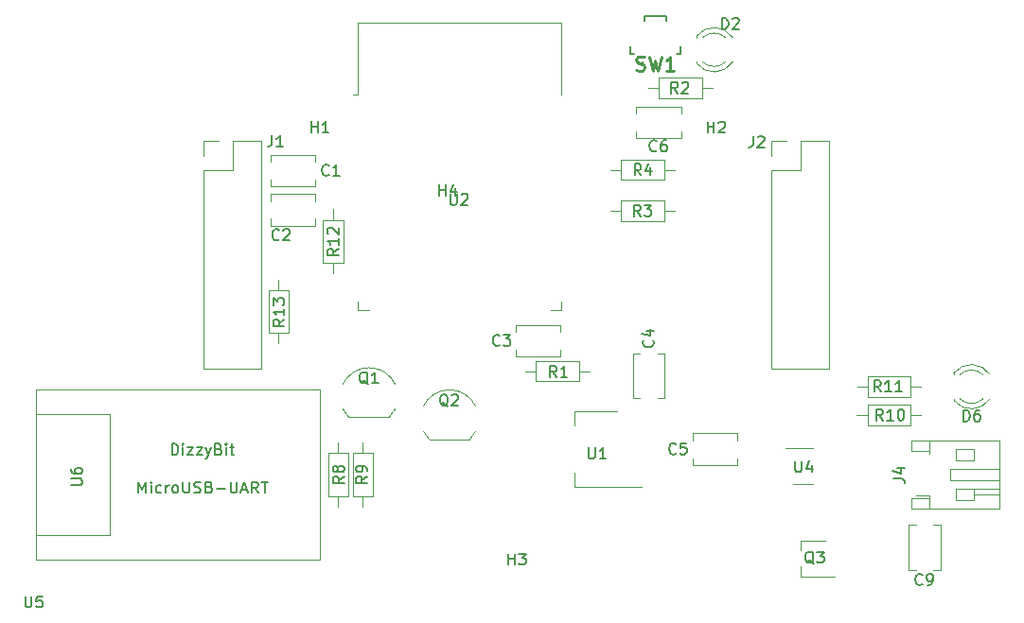
<source format=gbr>
G04 #@! TF.GenerationSoftware,KiCad,Pcbnew,(5.0.2)-1*
G04 #@! TF.CreationDate,2019-10-04T12:41:37+03:00*
G04 #@! TF.ProjectId,esp32d-diy,65737033-3264-42d6-9469-792e6b696361,1.0*
G04 #@! TF.SameCoordinates,Original*
G04 #@! TF.FileFunction,Legend,Top*
G04 #@! TF.FilePolarity,Positive*
%FSLAX46Y46*%
G04 Gerber Fmt 4.6, Leading zero omitted, Abs format (unit mm)*
G04 Created by KiCad (PCBNEW (5.0.2)-1) date 04.10.2019 12:41:37*
%MOMM*%
%LPD*%
G01*
G04 APERTURE LIST*
%ADD10C,0.120000*%
%ADD11C,0.050000*%
%ADD12C,0.200000*%
%ADD13C,0.254000*%
%ADD14C,0.150000*%
G04 APERTURE END LIST*
D10*
G04 #@! TO.C,U2*
X105180000Y-120352000D02*
X105180000Y-121132000D01*
X105180000Y-121132000D02*
X106180000Y-121132000D01*
X123420000Y-120352000D02*
X123420000Y-121132000D01*
X123420000Y-121132000D02*
X122420000Y-121132000D01*
X105180000Y-95387000D02*
X123420000Y-95387000D01*
X123420000Y-95387000D02*
X123420000Y-101807000D01*
X105180000Y-95387000D02*
X105180000Y-101807000D01*
X105180000Y-101807000D02*
X104800000Y-101807000D01*
G04 #@! TO.C,J2*
X142180000Y-126425000D02*
X147380000Y-126425000D01*
X142180000Y-108585000D02*
X142180000Y-126425000D01*
X147380000Y-105985000D02*
X147380000Y-126425000D01*
X142180000Y-108585000D02*
X144780000Y-108585000D01*
X144780000Y-108585000D02*
X144780000Y-105985000D01*
X144780000Y-105985000D02*
X147380000Y-105985000D01*
X142180000Y-107315000D02*
X142180000Y-105985000D01*
X142180000Y-105985000D02*
X143510000Y-105985000D01*
G04 #@! TO.C,J1*
X91380000Y-126425000D02*
X96580000Y-126425000D01*
X91380000Y-108585000D02*
X91380000Y-126425000D01*
X96580000Y-105985000D02*
X96580000Y-126425000D01*
X91380000Y-108585000D02*
X93980000Y-108585000D01*
X93980000Y-108585000D02*
X93980000Y-105985000D01*
X93980000Y-105985000D02*
X96580000Y-105985000D01*
X91380000Y-107315000D02*
X91380000Y-105985000D01*
X91380000Y-105985000D02*
X92710000Y-105985000D01*
G04 #@! TO.C,R3*
X127813000Y-112268000D02*
X128763000Y-112268000D01*
X133553000Y-112268000D02*
X132603000Y-112268000D01*
X128763000Y-113188000D02*
X132603000Y-113188000D01*
X128763000Y-111348000D02*
X128763000Y-113188000D01*
X132603000Y-111348000D02*
X128763000Y-111348000D01*
X132603000Y-113188000D02*
X132603000Y-111348000D01*
G04 #@! TO.C,R4*
X132603000Y-109505000D02*
X132603000Y-107665000D01*
X132603000Y-107665000D02*
X128763000Y-107665000D01*
X128763000Y-107665000D02*
X128763000Y-109505000D01*
X128763000Y-109505000D02*
X132603000Y-109505000D01*
X133553000Y-108585000D02*
X132603000Y-108585000D01*
X127813000Y-108585000D02*
X128763000Y-108585000D01*
G04 #@! TO.C,D2*
X138740895Y-96757112D02*
G75*
G03X135508560Y-96600204I-1672335J-1078608D01*
G01*
X138740895Y-98914328D02*
G75*
G02X135508560Y-99071236I-1672335J1078608D01*
G01*
X138109690Y-96755883D02*
G75*
G03X136027599Y-96755720I-1041130J-1079837D01*
G01*
X138109690Y-98915557D02*
G75*
G02X136027599Y-98915720I-1041130J1079837D01*
G01*
X135508560Y-96599720D02*
X135508560Y-96755720D01*
X135508560Y-98915720D02*
X135508560Y-99071720D01*
G04 #@! TO.C,R2*
X132128500Y-100362500D02*
X132128500Y-102202500D01*
X132128500Y-102202500D02*
X135968500Y-102202500D01*
X135968500Y-102202500D02*
X135968500Y-100362500D01*
X135968500Y-100362500D02*
X132128500Y-100362500D01*
X131178500Y-101282500D02*
X132128500Y-101282500D01*
X136918500Y-101282500D02*
X135968500Y-101282500D01*
G04 #@! TO.C,C6*
X130103500Y-102910500D02*
X134143500Y-102910500D01*
X130103500Y-105750500D02*
X134143500Y-105750500D01*
X130103500Y-102910500D02*
X130103500Y-103535500D01*
X130103500Y-105125500D02*
X130103500Y-105750500D01*
X134143500Y-102910500D02*
X134143500Y-103535500D01*
X134143500Y-105125500D02*
X134143500Y-105750500D01*
G04 #@! TO.C,D6*
X161755835Y-126937392D02*
G75*
G03X158523500Y-126780484I-1672335J-1078608D01*
G01*
X161755835Y-129094608D02*
G75*
G02X158523500Y-129251516I-1672335J1078608D01*
G01*
X161124630Y-126936163D02*
G75*
G03X159042539Y-126936000I-1041130J-1079837D01*
G01*
X161124630Y-129095837D02*
G75*
G02X159042539Y-129096000I-1041130J1079837D01*
G01*
X158523500Y-126780000D02*
X158523500Y-126936000D01*
X158523500Y-129096000D02*
X158523500Y-129252000D01*
G04 #@! TO.C,R10*
X150779720Y-129600440D02*
X150779720Y-131440440D01*
X150779720Y-131440440D02*
X154619720Y-131440440D01*
X154619720Y-131440440D02*
X154619720Y-129600440D01*
X154619720Y-129600440D02*
X150779720Y-129600440D01*
X149829720Y-130520440D02*
X150779720Y-130520440D01*
X155569720Y-130520440D02*
X154619720Y-130520440D01*
G04 #@! TO.C,R1*
X124983000Y-127539000D02*
X124983000Y-125699000D01*
X124983000Y-125699000D02*
X121143000Y-125699000D01*
X121143000Y-125699000D02*
X121143000Y-127539000D01*
X121143000Y-127539000D02*
X124983000Y-127539000D01*
X125933000Y-126619000D02*
X124983000Y-126619000D01*
X120193000Y-126619000D02*
X121143000Y-126619000D01*
G04 #@! TO.C,C1*
X101417500Y-110068500D02*
X97377500Y-110068500D01*
X101417500Y-107228500D02*
X97377500Y-107228500D01*
X101417500Y-110068500D02*
X101417500Y-109443500D01*
X101417500Y-107853500D02*
X101417500Y-107228500D01*
X97377500Y-110068500D02*
X97377500Y-109443500D01*
X97377500Y-107853500D02*
X97377500Y-107228500D01*
G04 #@! TO.C,C2*
X97370520Y-110766720D02*
X101410520Y-110766720D01*
X97370520Y-113606720D02*
X101410520Y-113606720D01*
X97370520Y-110766720D02*
X97370520Y-111391720D01*
X97370520Y-112981720D02*
X97370520Y-113606720D01*
X101410520Y-110766720D02*
X101410520Y-111391720D01*
X101410520Y-112981720D02*
X101410520Y-113606720D01*
G04 #@! TO.C,C3*
X119290080Y-123121440D02*
X119290080Y-122496440D01*
X119290080Y-125336440D02*
X119290080Y-124711440D01*
X123330080Y-123121440D02*
X123330080Y-122496440D01*
X123330080Y-125336440D02*
X123330080Y-124711440D01*
X123330080Y-122496440D02*
X119290080Y-122496440D01*
X123330080Y-125336440D02*
X119290080Y-125336440D01*
G04 #@! TO.C,R12*
X102997000Y-112128500D02*
X102997000Y-113078500D01*
X102997000Y-117868500D02*
X102997000Y-116918500D01*
X102077000Y-113078500D02*
X102077000Y-116918500D01*
X103917000Y-113078500D02*
X102077000Y-113078500D01*
X103917000Y-116918500D02*
X103917000Y-113078500D01*
X102077000Y-116918500D02*
X103917000Y-116918500D01*
G04 #@! TO.C,R13*
X99027500Y-119365000D02*
X97187500Y-119365000D01*
X97187500Y-119365000D02*
X97187500Y-123205000D01*
X97187500Y-123205000D02*
X99027500Y-123205000D01*
X99027500Y-123205000D02*
X99027500Y-119365000D01*
X98107500Y-118415000D02*
X98107500Y-119365000D01*
X98107500Y-124155000D02*
X98107500Y-123205000D01*
D11*
G04 #@! TO.C,U6*
X76377800Y-128270000D02*
X101777800Y-128270000D01*
X101777800Y-128270000D02*
X101777800Y-143510000D01*
X101777800Y-143510000D02*
X76377800Y-143510000D01*
X76377800Y-143510000D02*
X76377800Y-128270000D01*
X76377800Y-130470000D02*
X82977800Y-130470000D01*
X82977800Y-130470000D02*
X82977800Y-141270000D01*
X82977800Y-141270000D02*
X76377800Y-141270000D01*
D10*
G04 #@! TO.C,R8*
X102518960Y-137799840D02*
X104358960Y-137799840D01*
X104358960Y-137799840D02*
X104358960Y-133959840D01*
X104358960Y-133959840D02*
X102518960Y-133959840D01*
X102518960Y-133959840D02*
X102518960Y-137799840D01*
X103438960Y-138749840D02*
X103438960Y-137799840D01*
X103438960Y-133009840D02*
X103438960Y-133959840D01*
G04 #@! TO.C,R9*
X105643680Y-138749840D02*
X105643680Y-137799840D01*
X105643680Y-133009840D02*
X105643680Y-133959840D01*
X106563680Y-137799840D02*
X106563680Y-133959840D01*
X104723680Y-137799840D02*
X106563680Y-137799840D01*
X104723680Y-133959840D02*
X104723680Y-137799840D01*
X106563680Y-133959840D02*
X104723680Y-133959840D01*
G04 #@! TO.C,Q1*
X108521584Y-130032875D02*
G75*
G02X107997400Y-130760080I-2324184J1122795D01*
G01*
X108553800Y-127811273D02*
G75*
G03X106197400Y-126310080I-2356400J-1098807D01*
G01*
X103841000Y-127811273D02*
G75*
G02X106197400Y-126310080I2356400J-1098807D01*
G01*
X103873216Y-130032875D02*
G75*
G03X104397400Y-130760080I2324184J1122795D01*
G01*
X104397400Y-130760080D02*
X107997400Y-130760080D01*
G04 #@! TO.C,Q2*
X111595760Y-132741280D02*
X115195760Y-132741280D01*
X111071576Y-132014075D02*
G75*
G03X111595760Y-132741280I2324184J1122795D01*
G01*
X111039360Y-129792473D02*
G75*
G02X113395760Y-128291280I2356400J-1098807D01*
G01*
X115752160Y-129792473D02*
G75*
G03X113395760Y-128291280I-2356400J-1098807D01*
G01*
X115719944Y-132014075D02*
G75*
G02X115195760Y-132741280I-2324184J1122795D01*
G01*
G04 #@! TO.C,C4*
X129801480Y-129055240D02*
X129801480Y-125015240D01*
X132641480Y-129055240D02*
X132641480Y-125015240D01*
X129801480Y-129055240D02*
X130426480Y-129055240D01*
X132016480Y-129055240D02*
X132641480Y-129055240D01*
X129801480Y-125015240D02*
X130426480Y-125015240D01*
X132016480Y-125015240D02*
X132641480Y-125015240D01*
G04 #@! TO.C,C5*
X139165080Y-134404080D02*
X139165080Y-135029080D01*
X139165080Y-132189080D02*
X139165080Y-132814080D01*
X135125080Y-134404080D02*
X135125080Y-135029080D01*
X135125080Y-132189080D02*
X135125080Y-132814080D01*
X135125080Y-135029080D02*
X139165080Y-135029080D01*
X135125080Y-132189080D02*
X139165080Y-132189080D01*
G04 #@! TO.C,J4*
X156329680Y-137750000D02*
X156329680Y-138030000D01*
X156329680Y-138030000D02*
X154729680Y-138030000D01*
X154729680Y-138030000D02*
X154729680Y-138950000D01*
X154729680Y-138950000D02*
X162549680Y-138950000D01*
X162549680Y-138950000D02*
X162549680Y-132830000D01*
X162549680Y-132830000D02*
X154729680Y-132830000D01*
X154729680Y-132830000D02*
X154729680Y-133750000D01*
X154729680Y-133750000D02*
X156329680Y-133750000D01*
X156329680Y-133750000D02*
X156329680Y-134030000D01*
X162549680Y-136390000D02*
X158189680Y-136390000D01*
X158189680Y-136390000D02*
X158189680Y-135390000D01*
X158189680Y-135390000D02*
X162549680Y-135390000D01*
X156329680Y-138950000D02*
X156329680Y-138030000D01*
X156329680Y-132830000D02*
X156329680Y-133750000D01*
X158689680Y-138190000D02*
X160289680Y-138190000D01*
X160289680Y-138190000D02*
X160289680Y-137190000D01*
X160289680Y-137190000D02*
X158689680Y-137190000D01*
X158689680Y-137190000D02*
X158689680Y-138190000D01*
X158689680Y-133590000D02*
X160289680Y-133590000D01*
X160289680Y-133590000D02*
X160289680Y-134590000D01*
X160289680Y-134590000D02*
X158689680Y-134590000D01*
X158689680Y-134590000D02*
X158689680Y-133590000D01*
X160289680Y-137190000D02*
X162549680Y-137190000D01*
X160289680Y-137690000D02*
X162549680Y-137690000D01*
X156329680Y-137750000D02*
X155114680Y-137750000D01*
G04 #@! TO.C,U4*
X144139080Y-136727840D02*
X145939080Y-136727840D01*
X145939080Y-133507840D02*
X143489080Y-133507840D01*
G04 #@! TO.C,Q3*
X144822600Y-142693160D02*
X144822600Y-141783160D01*
X144822600Y-144993160D02*
X144822600Y-144093160D01*
X147897600Y-145003160D02*
X144822600Y-145003160D01*
X146972600Y-141783160D02*
X144822600Y-141783160D01*
G04 #@! TO.C,C9*
X154485200Y-144422240D02*
X154485200Y-140382240D01*
X157325200Y-144422240D02*
X157325200Y-140382240D01*
X154485200Y-144422240D02*
X155110200Y-144422240D01*
X156700200Y-144422240D02*
X157325200Y-144422240D01*
X154485200Y-140382240D02*
X155110200Y-140382240D01*
X156700200Y-140382240D02*
X157325200Y-140382240D01*
G04 #@! TO.C,R11*
X150805120Y-127096000D02*
X150805120Y-128936000D01*
X150805120Y-128936000D02*
X154645120Y-128936000D01*
X154645120Y-128936000D02*
X154645120Y-127096000D01*
X154645120Y-127096000D02*
X150805120Y-127096000D01*
X149855120Y-128016000D02*
X150805120Y-128016000D01*
X155595120Y-128016000D02*
X154645120Y-128016000D01*
G04 #@! TO.C,U1*
X124582000Y-130194000D02*
X124582000Y-131454000D01*
X124582000Y-137014000D02*
X124582000Y-135754000D01*
X128342000Y-130194000D02*
X124582000Y-130194000D01*
X130592000Y-137014000D02*
X124582000Y-137014000D01*
D12*
G04 #@! TO.C,SW1*
X132810760Y-95216160D02*
X132810760Y-94791160D01*
X132810760Y-94791160D02*
X130810760Y-94791160D01*
X130810760Y-94791160D02*
X130810760Y-95216160D01*
X129560760Y-98191160D02*
X129560760Y-97568160D01*
X134060760Y-98191160D02*
X134060760Y-97568160D01*
X134060760Y-98191160D02*
X133724760Y-98191160D01*
X129560760Y-98191160D02*
X129896760Y-98191160D01*
D13*
X130662760Y-98974160D02*
G75*
G03X130662760Y-98974160I-41000J0D01*
G01*
G04 #@! TO.C,H1*
D14*
X101015895Y-105237540D02*
X101015895Y-104237540D01*
X101015895Y-104713731D02*
X101587323Y-104713731D01*
X101587323Y-105237540D02*
X101587323Y-104237540D01*
X102587323Y-105237540D02*
X102015895Y-105237540D01*
X102301609Y-105237540D02*
X102301609Y-104237540D01*
X102206371Y-104380398D01*
X102111133Y-104475636D01*
X102015895Y-104523255D01*
G04 #@! TO.C,H2*
X136474295Y-105262940D02*
X136474295Y-104262940D01*
X136474295Y-104739131D02*
X137045723Y-104739131D01*
X137045723Y-105262940D02*
X137045723Y-104262940D01*
X137474295Y-104358179D02*
X137521914Y-104310560D01*
X137617152Y-104262940D01*
X137855247Y-104262940D01*
X137950485Y-104310560D01*
X137998104Y-104358179D01*
X138045723Y-104453417D01*
X138045723Y-104548655D01*
X137998104Y-104691512D01*
X137426676Y-105262940D01*
X138045723Y-105262940D01*
G04 #@! TO.C,H3*
X118643495Y-143967460D02*
X118643495Y-142967460D01*
X118643495Y-143443651D02*
X119214923Y-143443651D01*
X119214923Y-143967460D02*
X119214923Y-142967460D01*
X119595876Y-142967460D02*
X120214923Y-142967460D01*
X119881590Y-143348413D01*
X120024447Y-143348413D01*
X120119685Y-143396032D01*
X120167304Y-143443651D01*
X120214923Y-143538889D01*
X120214923Y-143776984D01*
X120167304Y-143872222D01*
X120119685Y-143919841D01*
X120024447Y-143967460D01*
X119738733Y-143967460D01*
X119643495Y-143919841D01*
X119595876Y-143872222D01*
G04 #@! TO.C,U2*
X113466975Y-110729780D02*
X113466975Y-111539304D01*
X113514594Y-111634542D01*
X113562213Y-111682161D01*
X113657451Y-111729780D01*
X113847927Y-111729780D01*
X113943165Y-111682161D01*
X113990784Y-111634542D01*
X114038403Y-111539304D01*
X114038403Y-110729780D01*
X114466975Y-110825019D02*
X114514594Y-110777400D01*
X114609832Y-110729780D01*
X114847927Y-110729780D01*
X114943165Y-110777400D01*
X114990784Y-110825019D01*
X115038403Y-110920257D01*
X115038403Y-111015495D01*
X114990784Y-111158352D01*
X114419356Y-111729780D01*
X115038403Y-111729780D01*
G04 #@! TO.C,J2*
X140550306Y-105593900D02*
X140550306Y-106308186D01*
X140502687Y-106451043D01*
X140407449Y-106546281D01*
X140264592Y-106593900D01*
X140169354Y-106593900D01*
X140978878Y-105689139D02*
X141026497Y-105641520D01*
X141121735Y-105593900D01*
X141359830Y-105593900D01*
X141455068Y-105641520D01*
X141502687Y-105689139D01*
X141550306Y-105784377D01*
X141550306Y-105879615D01*
X141502687Y-106022472D01*
X140931259Y-106593900D01*
X141550306Y-106593900D01*
G04 #@! TO.C,J1*
X97497306Y-105502460D02*
X97497306Y-106216746D01*
X97449687Y-106359603D01*
X97354449Y-106454841D01*
X97211592Y-106502460D01*
X97116354Y-106502460D01*
X98497306Y-106502460D02*
X97925878Y-106502460D01*
X98211592Y-106502460D02*
X98211592Y-105502460D01*
X98116354Y-105645318D01*
X98021116Y-105740556D01*
X97925878Y-105788175D01*
G04 #@! TO.C,R3*
X130496013Y-112730540D02*
X130162680Y-112254350D01*
X129924584Y-112730540D02*
X129924584Y-111730540D01*
X130305537Y-111730540D01*
X130400775Y-111778160D01*
X130448394Y-111825779D01*
X130496013Y-111921017D01*
X130496013Y-112063874D01*
X130448394Y-112159112D01*
X130400775Y-112206731D01*
X130305537Y-112254350D01*
X129924584Y-112254350D01*
X130829346Y-111730540D02*
X131448394Y-111730540D01*
X131115060Y-112111493D01*
X131257918Y-112111493D01*
X131353156Y-112159112D01*
X131400775Y-112206731D01*
X131448394Y-112301969D01*
X131448394Y-112540064D01*
X131400775Y-112635302D01*
X131353156Y-112682921D01*
X131257918Y-112730540D01*
X130972203Y-112730540D01*
X130876965Y-112682921D01*
X130829346Y-112635302D01*
G04 #@! TO.C,R4*
X130531573Y-109067860D02*
X130198240Y-108591670D01*
X129960144Y-109067860D02*
X129960144Y-108067860D01*
X130341097Y-108067860D01*
X130436335Y-108115480D01*
X130483954Y-108163099D01*
X130531573Y-108258337D01*
X130531573Y-108401194D01*
X130483954Y-108496432D01*
X130436335Y-108544051D01*
X130341097Y-108591670D01*
X129960144Y-108591670D01*
X131388716Y-108401194D02*
X131388716Y-109067860D01*
X131150620Y-108020241D02*
X130912525Y-108734527D01*
X131531573Y-108734527D01*
G04 #@! TO.C,D2*
X137768104Y-95981780D02*
X137768104Y-94981780D01*
X138006200Y-94981780D01*
X138149057Y-95029400D01*
X138244295Y-95124638D01*
X138291914Y-95219876D01*
X138339533Y-95410352D01*
X138339533Y-95553209D01*
X138291914Y-95743685D01*
X138244295Y-95838923D01*
X138149057Y-95934161D01*
X138006200Y-95981780D01*
X137768104Y-95981780D01*
X138720485Y-95077019D02*
X138768104Y-95029400D01*
X138863342Y-94981780D01*
X139101438Y-94981780D01*
X139196676Y-95029400D01*
X139244295Y-95077019D01*
X139291914Y-95172257D01*
X139291914Y-95267495D01*
X139244295Y-95410352D01*
X138672866Y-95981780D01*
X139291914Y-95981780D01*
G04 #@! TO.C,R2*
X133818333Y-101734880D02*
X133485000Y-101258690D01*
X133246904Y-101734880D02*
X133246904Y-100734880D01*
X133627857Y-100734880D01*
X133723095Y-100782500D01*
X133770714Y-100830119D01*
X133818333Y-100925357D01*
X133818333Y-101068214D01*
X133770714Y-101163452D01*
X133723095Y-101211071D01*
X133627857Y-101258690D01*
X133246904Y-101258690D01*
X134199285Y-100830119D02*
X134246904Y-100782500D01*
X134342142Y-100734880D01*
X134580238Y-100734880D01*
X134675476Y-100782500D01*
X134723095Y-100830119D01*
X134770714Y-100925357D01*
X134770714Y-101020595D01*
X134723095Y-101163452D01*
X134151666Y-101734880D01*
X134770714Y-101734880D01*
G04 #@! TO.C,C6*
X131913333Y-106846642D02*
X131865714Y-106894261D01*
X131722857Y-106941880D01*
X131627619Y-106941880D01*
X131484761Y-106894261D01*
X131389523Y-106799023D01*
X131341904Y-106703785D01*
X131294285Y-106513309D01*
X131294285Y-106370452D01*
X131341904Y-106179976D01*
X131389523Y-106084738D01*
X131484761Y-105989500D01*
X131627619Y-105941880D01*
X131722857Y-105941880D01*
X131865714Y-105989500D01*
X131913333Y-106037119D01*
X132770476Y-105941880D02*
X132580000Y-105941880D01*
X132484761Y-105989500D01*
X132437142Y-106037119D01*
X132341904Y-106179976D01*
X132294285Y-106370452D01*
X132294285Y-106751404D01*
X132341904Y-106846642D01*
X132389523Y-106894261D01*
X132484761Y-106941880D01*
X132675238Y-106941880D01*
X132770476Y-106894261D01*
X132818095Y-106846642D01*
X132865714Y-106751404D01*
X132865714Y-106513309D01*
X132818095Y-106418071D01*
X132770476Y-106370452D01*
X132675238Y-106322833D01*
X132484761Y-106322833D01*
X132389523Y-106370452D01*
X132341904Y-106418071D01*
X132294285Y-106513309D01*
G04 #@! TO.C,D6*
X159363184Y-131104900D02*
X159363184Y-130104900D01*
X159601280Y-130104900D01*
X159744137Y-130152520D01*
X159839375Y-130247758D01*
X159886994Y-130342996D01*
X159934613Y-130533472D01*
X159934613Y-130676329D01*
X159886994Y-130866805D01*
X159839375Y-130962043D01*
X159744137Y-131057281D01*
X159601280Y-131104900D01*
X159363184Y-131104900D01*
X160791756Y-130104900D02*
X160601280Y-130104900D01*
X160506041Y-130152520D01*
X160458422Y-130200139D01*
X160363184Y-130342996D01*
X160315565Y-130533472D01*
X160315565Y-130914424D01*
X160363184Y-131009662D01*
X160410803Y-131057281D01*
X160506041Y-131104900D01*
X160696518Y-131104900D01*
X160791756Y-131057281D01*
X160839375Y-131009662D01*
X160886994Y-130914424D01*
X160886994Y-130676329D01*
X160839375Y-130581091D01*
X160791756Y-130533472D01*
X160696518Y-130485853D01*
X160506041Y-130485853D01*
X160410803Y-130533472D01*
X160363184Y-130581091D01*
X160315565Y-130676329D01*
G04 #@! TO.C,R10*
X152155922Y-131018540D02*
X151822589Y-130542350D01*
X151584494Y-131018540D02*
X151584494Y-130018540D01*
X151965446Y-130018540D01*
X152060684Y-130066160D01*
X152108303Y-130113779D01*
X152155922Y-130209017D01*
X152155922Y-130351874D01*
X152108303Y-130447112D01*
X152060684Y-130494731D01*
X151965446Y-130542350D01*
X151584494Y-130542350D01*
X153108303Y-131018540D02*
X152536875Y-131018540D01*
X152822589Y-131018540D02*
X152822589Y-130018540D01*
X152727351Y-130161398D01*
X152632113Y-130256636D01*
X152536875Y-130304255D01*
X153727351Y-130018540D02*
X153822589Y-130018540D01*
X153917827Y-130066160D01*
X153965446Y-130113779D01*
X154013065Y-130209017D01*
X154060684Y-130399493D01*
X154060684Y-130637588D01*
X154013065Y-130828064D01*
X153965446Y-130923302D01*
X153917827Y-130970921D01*
X153822589Y-131018540D01*
X153727351Y-131018540D01*
X153632113Y-130970921D01*
X153584494Y-130923302D01*
X153536875Y-130828064D01*
X153489256Y-130637588D01*
X153489256Y-130399493D01*
X153536875Y-130209017D01*
X153584494Y-130113779D01*
X153632113Y-130066160D01*
X153727351Y-130018540D01*
G04 #@! TO.C,R1*
X122982693Y-127147580D02*
X122649360Y-126671390D01*
X122411264Y-127147580D02*
X122411264Y-126147580D01*
X122792217Y-126147580D01*
X122887455Y-126195200D01*
X122935074Y-126242819D01*
X122982693Y-126338057D01*
X122982693Y-126480914D01*
X122935074Y-126576152D01*
X122887455Y-126623771D01*
X122792217Y-126671390D01*
X122411264Y-126671390D01*
X123935074Y-127147580D02*
X123363645Y-127147580D01*
X123649360Y-127147580D02*
X123649360Y-126147580D01*
X123554121Y-126290438D01*
X123458883Y-126385676D01*
X123363645Y-126433295D01*
G04 #@! TO.C,C1*
X102606813Y-109018342D02*
X102559194Y-109065961D01*
X102416337Y-109113580D01*
X102321099Y-109113580D01*
X102178241Y-109065961D01*
X102083003Y-108970723D01*
X102035384Y-108875485D01*
X101987765Y-108685009D01*
X101987765Y-108542152D01*
X102035384Y-108351676D01*
X102083003Y-108256438D01*
X102178241Y-108161200D01*
X102321099Y-108113580D01*
X102416337Y-108113580D01*
X102559194Y-108161200D01*
X102606813Y-108208819D01*
X103559194Y-109113580D02*
X102987765Y-109113580D01*
X103273480Y-109113580D02*
X103273480Y-108113580D01*
X103178241Y-108256438D01*
X103083003Y-108351676D01*
X102987765Y-108399295D01*
G04 #@! TO.C,C2*
X98156733Y-114809542D02*
X98109114Y-114857161D01*
X97966257Y-114904780D01*
X97871019Y-114904780D01*
X97728161Y-114857161D01*
X97632923Y-114761923D01*
X97585304Y-114666685D01*
X97537685Y-114476209D01*
X97537685Y-114333352D01*
X97585304Y-114142876D01*
X97632923Y-114047638D01*
X97728161Y-113952400D01*
X97871019Y-113904780D01*
X97966257Y-113904780D01*
X98109114Y-113952400D01*
X98156733Y-114000019D01*
X98537685Y-114000019D02*
X98585304Y-113952400D01*
X98680542Y-113904780D01*
X98918638Y-113904780D01*
X99013876Y-113952400D01*
X99061495Y-114000019D01*
X99109114Y-114095257D01*
X99109114Y-114190495D01*
X99061495Y-114333352D01*
X98490066Y-114904780D01*
X99109114Y-114904780D01*
G04 #@! TO.C,C3*
X117872213Y-124253262D02*
X117824594Y-124300881D01*
X117681737Y-124348500D01*
X117586499Y-124348500D01*
X117443641Y-124300881D01*
X117348403Y-124205643D01*
X117300784Y-124110405D01*
X117253165Y-123919929D01*
X117253165Y-123777072D01*
X117300784Y-123586596D01*
X117348403Y-123491358D01*
X117443641Y-123396120D01*
X117586499Y-123348500D01*
X117681737Y-123348500D01*
X117824594Y-123396120D01*
X117872213Y-123443739D01*
X118205546Y-123348500D02*
X118824594Y-123348500D01*
X118491260Y-123729453D01*
X118634118Y-123729453D01*
X118729356Y-123777072D01*
X118776975Y-123824691D01*
X118824594Y-123919929D01*
X118824594Y-124158024D01*
X118776975Y-124253262D01*
X118729356Y-124300881D01*
X118634118Y-124348500D01*
X118348403Y-124348500D01*
X118253165Y-124300881D01*
X118205546Y-124253262D01*
G04 #@! TO.C,R12*
X103464620Y-115669297D02*
X102988430Y-116002630D01*
X103464620Y-116240725D02*
X102464620Y-116240725D01*
X102464620Y-115859773D01*
X102512240Y-115764535D01*
X102559859Y-115716916D01*
X102655097Y-115669297D01*
X102797954Y-115669297D01*
X102893192Y-115716916D01*
X102940811Y-115764535D01*
X102988430Y-115859773D01*
X102988430Y-116240725D01*
X103464620Y-114716916D02*
X103464620Y-115288344D01*
X103464620Y-115002630D02*
X102464620Y-115002630D01*
X102607478Y-115097868D01*
X102702716Y-115193106D01*
X102750335Y-115288344D01*
X102559859Y-114335963D02*
X102512240Y-114288344D01*
X102464620Y-114193106D01*
X102464620Y-113955011D01*
X102512240Y-113859773D01*
X102559859Y-113812154D01*
X102655097Y-113764535D01*
X102750335Y-113764535D01*
X102893192Y-113812154D01*
X103464620Y-114383582D01*
X103464620Y-113764535D01*
G04 #@! TO.C,R13*
X98618300Y-121983737D02*
X98142110Y-122317070D01*
X98618300Y-122555165D02*
X97618300Y-122555165D01*
X97618300Y-122174213D01*
X97665920Y-122078975D01*
X97713539Y-122031356D01*
X97808777Y-121983737D01*
X97951634Y-121983737D01*
X98046872Y-122031356D01*
X98094491Y-122078975D01*
X98142110Y-122174213D01*
X98142110Y-122555165D01*
X98618300Y-121031356D02*
X98618300Y-121602784D01*
X98618300Y-121317070D02*
X97618300Y-121317070D01*
X97761158Y-121412308D01*
X97856396Y-121507546D01*
X97904015Y-121602784D01*
X97618300Y-120698022D02*
X97618300Y-120078975D01*
X97999253Y-120412308D01*
X97999253Y-120269451D01*
X98046872Y-120174213D01*
X98094491Y-120126594D01*
X98189729Y-120078975D01*
X98427824Y-120078975D01*
X98523062Y-120126594D01*
X98570681Y-120174213D01*
X98618300Y-120269451D01*
X98618300Y-120555165D01*
X98570681Y-120650403D01*
X98523062Y-120698022D01*
G04 #@! TO.C,U6*
X79530180Y-136831904D02*
X80339704Y-136831904D01*
X80434942Y-136784285D01*
X80482561Y-136736666D01*
X80530180Y-136641428D01*
X80530180Y-136450952D01*
X80482561Y-136355714D01*
X80434942Y-136308095D01*
X80339704Y-136260476D01*
X79530180Y-136260476D01*
X79530180Y-135355714D02*
X79530180Y-135546190D01*
X79577800Y-135641428D01*
X79625419Y-135689047D01*
X79768276Y-135784285D01*
X79958752Y-135831904D01*
X80339704Y-135831904D01*
X80434942Y-135784285D01*
X80482561Y-135736666D01*
X80530180Y-135641428D01*
X80530180Y-135450952D01*
X80482561Y-135355714D01*
X80434942Y-135308095D01*
X80339704Y-135260476D01*
X80101609Y-135260476D01*
X80006371Y-135308095D01*
X79958752Y-135355714D01*
X79911133Y-135450952D01*
X79911133Y-135641428D01*
X79958752Y-135736666D01*
X80006371Y-135784285D01*
X80101609Y-135831904D01*
X88563514Y-134122380D02*
X88563514Y-133122380D01*
X88801609Y-133122380D01*
X88944466Y-133170000D01*
X89039704Y-133265238D01*
X89087323Y-133360476D01*
X89134942Y-133550952D01*
X89134942Y-133693809D01*
X89087323Y-133884285D01*
X89039704Y-133979523D01*
X88944466Y-134074761D01*
X88801609Y-134122380D01*
X88563514Y-134122380D01*
X89563514Y-134122380D02*
X89563514Y-133455714D01*
X89563514Y-133122380D02*
X89515895Y-133170000D01*
X89563514Y-133217619D01*
X89611133Y-133170000D01*
X89563514Y-133122380D01*
X89563514Y-133217619D01*
X89944466Y-133455714D02*
X90468276Y-133455714D01*
X89944466Y-134122380D01*
X90468276Y-134122380D01*
X90753990Y-133455714D02*
X91277800Y-133455714D01*
X90753990Y-134122380D01*
X91277800Y-134122380D01*
X91563514Y-133455714D02*
X91801609Y-134122380D01*
X92039704Y-133455714D02*
X91801609Y-134122380D01*
X91706371Y-134360476D01*
X91658752Y-134408095D01*
X91563514Y-134455714D01*
X92753990Y-133598571D02*
X92896847Y-133646190D01*
X92944466Y-133693809D01*
X92992085Y-133789047D01*
X92992085Y-133931904D01*
X92944466Y-134027142D01*
X92896847Y-134074761D01*
X92801609Y-134122380D01*
X92420657Y-134122380D01*
X92420657Y-133122380D01*
X92753990Y-133122380D01*
X92849228Y-133170000D01*
X92896847Y-133217619D01*
X92944466Y-133312857D01*
X92944466Y-133408095D01*
X92896847Y-133503333D01*
X92849228Y-133550952D01*
X92753990Y-133598571D01*
X92420657Y-133598571D01*
X93420657Y-134122380D02*
X93420657Y-133455714D01*
X93420657Y-133122380D02*
X93373038Y-133170000D01*
X93420657Y-133217619D01*
X93468276Y-133170000D01*
X93420657Y-133122380D01*
X93420657Y-133217619D01*
X93753990Y-133455714D02*
X94134942Y-133455714D01*
X93896847Y-133122380D02*
X93896847Y-133979523D01*
X93944466Y-134074761D01*
X94039704Y-134122380D01*
X94134942Y-134122380D01*
X85563514Y-137522380D02*
X85563514Y-136522380D01*
X85896847Y-137236666D01*
X86230180Y-136522380D01*
X86230180Y-137522380D01*
X86706371Y-137522380D02*
X86706371Y-136855714D01*
X86706371Y-136522380D02*
X86658752Y-136570000D01*
X86706371Y-136617619D01*
X86753990Y-136570000D01*
X86706371Y-136522380D01*
X86706371Y-136617619D01*
X87611133Y-137474761D02*
X87515895Y-137522380D01*
X87325419Y-137522380D01*
X87230180Y-137474761D01*
X87182561Y-137427142D01*
X87134942Y-137331904D01*
X87134942Y-137046190D01*
X87182561Y-136950952D01*
X87230180Y-136903333D01*
X87325419Y-136855714D01*
X87515895Y-136855714D01*
X87611133Y-136903333D01*
X88039704Y-137522380D02*
X88039704Y-136855714D01*
X88039704Y-137046190D02*
X88087323Y-136950952D01*
X88134942Y-136903333D01*
X88230180Y-136855714D01*
X88325419Y-136855714D01*
X88801609Y-137522380D02*
X88706371Y-137474761D01*
X88658752Y-137427142D01*
X88611133Y-137331904D01*
X88611133Y-137046190D01*
X88658752Y-136950952D01*
X88706371Y-136903333D01*
X88801609Y-136855714D01*
X88944466Y-136855714D01*
X89039704Y-136903333D01*
X89087323Y-136950952D01*
X89134942Y-137046190D01*
X89134942Y-137331904D01*
X89087323Y-137427142D01*
X89039704Y-137474761D01*
X88944466Y-137522380D01*
X88801609Y-137522380D01*
X89563514Y-136522380D02*
X89563514Y-137331904D01*
X89611133Y-137427142D01*
X89658752Y-137474761D01*
X89753990Y-137522380D01*
X89944466Y-137522380D01*
X90039704Y-137474761D01*
X90087323Y-137427142D01*
X90134942Y-137331904D01*
X90134942Y-136522380D01*
X90563514Y-137474761D02*
X90706371Y-137522380D01*
X90944466Y-137522380D01*
X91039704Y-137474761D01*
X91087323Y-137427142D01*
X91134942Y-137331904D01*
X91134942Y-137236666D01*
X91087323Y-137141428D01*
X91039704Y-137093809D01*
X90944466Y-137046190D01*
X90753990Y-136998571D01*
X90658752Y-136950952D01*
X90611133Y-136903333D01*
X90563514Y-136808095D01*
X90563514Y-136712857D01*
X90611133Y-136617619D01*
X90658752Y-136570000D01*
X90753990Y-136522380D01*
X90992085Y-136522380D01*
X91134942Y-136570000D01*
X91896847Y-136998571D02*
X92039704Y-137046190D01*
X92087323Y-137093809D01*
X92134942Y-137189047D01*
X92134942Y-137331904D01*
X92087323Y-137427142D01*
X92039704Y-137474761D01*
X91944466Y-137522380D01*
X91563514Y-137522380D01*
X91563514Y-136522380D01*
X91896847Y-136522380D01*
X91992085Y-136570000D01*
X92039704Y-136617619D01*
X92087323Y-136712857D01*
X92087323Y-136808095D01*
X92039704Y-136903333D01*
X91992085Y-136950952D01*
X91896847Y-136998571D01*
X91563514Y-136998571D01*
X92563514Y-137141428D02*
X93325419Y-137141428D01*
X93801609Y-136522380D02*
X93801609Y-137331904D01*
X93849228Y-137427142D01*
X93896847Y-137474761D01*
X93992085Y-137522380D01*
X94182561Y-137522380D01*
X94277800Y-137474761D01*
X94325419Y-137427142D01*
X94373038Y-137331904D01*
X94373038Y-136522380D01*
X94801609Y-137236666D02*
X95277800Y-137236666D01*
X94706371Y-137522380D02*
X95039704Y-136522380D01*
X95373038Y-137522380D01*
X96277800Y-137522380D02*
X95944466Y-137046190D01*
X95706371Y-137522380D02*
X95706371Y-136522380D01*
X96087323Y-136522380D01*
X96182561Y-136570000D01*
X96230180Y-136617619D01*
X96277800Y-136712857D01*
X96277800Y-136855714D01*
X96230180Y-136950952D01*
X96182561Y-136998571D01*
X96087323Y-137046190D01*
X95706371Y-137046190D01*
X96563514Y-136522380D02*
X97134942Y-136522380D01*
X96849228Y-137522380D02*
X96849228Y-136522380D01*
G04 #@! TO.C,R8*
X103972620Y-136036346D02*
X103496430Y-136369680D01*
X103972620Y-136607775D02*
X102972620Y-136607775D01*
X102972620Y-136226822D01*
X103020240Y-136131584D01*
X103067859Y-136083965D01*
X103163097Y-136036346D01*
X103305954Y-136036346D01*
X103401192Y-136083965D01*
X103448811Y-136131584D01*
X103496430Y-136226822D01*
X103496430Y-136607775D01*
X103401192Y-135464918D02*
X103353573Y-135560156D01*
X103305954Y-135607775D01*
X103210716Y-135655394D01*
X103163097Y-135655394D01*
X103067859Y-135607775D01*
X103020240Y-135560156D01*
X102972620Y-135464918D01*
X102972620Y-135274441D01*
X103020240Y-135179203D01*
X103067859Y-135131584D01*
X103163097Y-135083965D01*
X103210716Y-135083965D01*
X103305954Y-135131584D01*
X103353573Y-135179203D01*
X103401192Y-135274441D01*
X103401192Y-135464918D01*
X103448811Y-135560156D01*
X103496430Y-135607775D01*
X103591668Y-135655394D01*
X103782144Y-135655394D01*
X103877382Y-135607775D01*
X103925001Y-135560156D01*
X103972620Y-135464918D01*
X103972620Y-135274441D01*
X103925001Y-135179203D01*
X103877382Y-135131584D01*
X103782144Y-135083965D01*
X103591668Y-135083965D01*
X103496430Y-135131584D01*
X103448811Y-135179203D01*
X103401192Y-135274441D01*
G04 #@! TO.C,R9*
X106028560Y-136046507D02*
X105552370Y-136379841D01*
X106028560Y-136617936D02*
X105028560Y-136617936D01*
X105028560Y-136236983D01*
X105076180Y-136141745D01*
X105123799Y-136094126D01*
X105219037Y-136046507D01*
X105361894Y-136046507D01*
X105457132Y-136094126D01*
X105504751Y-136141745D01*
X105552370Y-136236983D01*
X105552370Y-136617936D01*
X106028560Y-135570317D02*
X106028560Y-135379841D01*
X105980941Y-135284602D01*
X105933322Y-135236983D01*
X105790465Y-135141745D01*
X105599989Y-135094126D01*
X105219037Y-135094126D01*
X105123799Y-135141745D01*
X105076180Y-135189364D01*
X105028560Y-135284602D01*
X105028560Y-135475079D01*
X105076180Y-135570317D01*
X105123799Y-135617936D01*
X105219037Y-135665555D01*
X105457132Y-135665555D01*
X105552370Y-135617936D01*
X105599989Y-135570317D01*
X105647608Y-135475079D01*
X105647608Y-135284602D01*
X105599989Y-135189364D01*
X105552370Y-135141745D01*
X105457132Y-135094126D01*
G04 #@! TO.C,Q1*
X106107241Y-127796539D02*
X106012003Y-127748920D01*
X105916765Y-127653681D01*
X105773908Y-127510824D01*
X105678670Y-127463205D01*
X105583432Y-127463205D01*
X105631051Y-127701300D02*
X105535813Y-127653681D01*
X105440575Y-127558443D01*
X105392956Y-127367967D01*
X105392956Y-127034634D01*
X105440575Y-126844158D01*
X105535813Y-126748920D01*
X105631051Y-126701300D01*
X105821527Y-126701300D01*
X105916765Y-126748920D01*
X106012003Y-126844158D01*
X106059622Y-127034634D01*
X106059622Y-127367967D01*
X106012003Y-127558443D01*
X105916765Y-127653681D01*
X105821527Y-127701300D01*
X105631051Y-127701300D01*
X107012003Y-127701300D02*
X106440575Y-127701300D01*
X106726289Y-127701300D02*
X106726289Y-126701300D01*
X106631051Y-126844158D01*
X106535813Y-126939396D01*
X106440575Y-126987015D01*
G04 #@! TO.C,Q2*
X113264961Y-129792979D02*
X113169723Y-129745360D01*
X113074485Y-129650121D01*
X112931628Y-129507264D01*
X112836390Y-129459645D01*
X112741152Y-129459645D01*
X112788771Y-129697740D02*
X112693533Y-129650121D01*
X112598295Y-129554883D01*
X112550676Y-129364407D01*
X112550676Y-129031074D01*
X112598295Y-128840598D01*
X112693533Y-128745360D01*
X112788771Y-128697740D01*
X112979247Y-128697740D01*
X113074485Y-128745360D01*
X113169723Y-128840598D01*
X113217342Y-129031074D01*
X113217342Y-129364407D01*
X113169723Y-129554883D01*
X113074485Y-129650121D01*
X112979247Y-129697740D01*
X112788771Y-129697740D01*
X113598295Y-128792979D02*
X113645914Y-128745360D01*
X113741152Y-128697740D01*
X113979247Y-128697740D01*
X114074485Y-128745360D01*
X114122104Y-128792979D01*
X114169723Y-128888217D01*
X114169723Y-128983455D01*
X114122104Y-129126312D01*
X113550676Y-129697740D01*
X114169723Y-129697740D01*
G04 #@! TO.C,C4*
X131573542Y-123854506D02*
X131621161Y-123902125D01*
X131668780Y-124044982D01*
X131668780Y-124140220D01*
X131621161Y-124283078D01*
X131525923Y-124378316D01*
X131430685Y-124425935D01*
X131240209Y-124473554D01*
X131097352Y-124473554D01*
X130906876Y-124425935D01*
X130811638Y-124378316D01*
X130716400Y-124283078D01*
X130668780Y-124140220D01*
X130668780Y-124044982D01*
X130716400Y-123902125D01*
X130764019Y-123854506D01*
X131002114Y-122997363D02*
X131668780Y-122997363D01*
X130621161Y-123235459D02*
X131335447Y-123473554D01*
X131335447Y-122854506D01*
G04 #@! TO.C,C5*
X133655773Y-133971302D02*
X133608154Y-134018921D01*
X133465297Y-134066540D01*
X133370059Y-134066540D01*
X133227201Y-134018921D01*
X133131963Y-133923683D01*
X133084344Y-133828445D01*
X133036725Y-133637969D01*
X133036725Y-133495112D01*
X133084344Y-133304636D01*
X133131963Y-133209398D01*
X133227201Y-133114160D01*
X133370059Y-133066540D01*
X133465297Y-133066540D01*
X133608154Y-133114160D01*
X133655773Y-133161779D01*
X134560535Y-133066540D02*
X134084344Y-133066540D01*
X134036725Y-133542731D01*
X134084344Y-133495112D01*
X134179582Y-133447493D01*
X134417678Y-133447493D01*
X134512916Y-133495112D01*
X134560535Y-133542731D01*
X134608154Y-133637969D01*
X134608154Y-133876064D01*
X134560535Y-133971302D01*
X134512916Y-134018921D01*
X134417678Y-134066540D01*
X134179582Y-134066540D01*
X134084344Y-134018921D01*
X134036725Y-133971302D01*
G04 #@! TO.C,J4*
X153092060Y-136223333D02*
X153806346Y-136223333D01*
X153949203Y-136270952D01*
X154044441Y-136366190D01*
X154092060Y-136509047D01*
X154092060Y-136604285D01*
X153425394Y-135318571D02*
X154092060Y-135318571D01*
X153044441Y-135556666D02*
X153758727Y-135794761D01*
X153758727Y-135175714D01*
G04 #@! TO.C,U4*
X144312735Y-134671820D02*
X144312735Y-135481344D01*
X144360354Y-135576582D01*
X144407973Y-135624201D01*
X144503211Y-135671820D01*
X144693687Y-135671820D01*
X144788925Y-135624201D01*
X144836544Y-135576582D01*
X144884163Y-135481344D01*
X144884163Y-134671820D01*
X145788925Y-135005154D02*
X145788925Y-135671820D01*
X145550830Y-134624201D02*
X145312735Y-135338487D01*
X145931782Y-135338487D01*
G04 #@! TO.C,Q3*
X145980161Y-143884899D02*
X145884923Y-143837280D01*
X145789685Y-143742041D01*
X145646828Y-143599184D01*
X145551590Y-143551565D01*
X145456352Y-143551565D01*
X145503971Y-143789660D02*
X145408733Y-143742041D01*
X145313495Y-143646803D01*
X145265876Y-143456327D01*
X145265876Y-143122994D01*
X145313495Y-142932518D01*
X145408733Y-142837280D01*
X145503971Y-142789660D01*
X145694447Y-142789660D01*
X145789685Y-142837280D01*
X145884923Y-142932518D01*
X145932542Y-143122994D01*
X145932542Y-143456327D01*
X145884923Y-143646803D01*
X145789685Y-143742041D01*
X145694447Y-143789660D01*
X145503971Y-143789660D01*
X146265876Y-142789660D02*
X146884923Y-142789660D01*
X146551590Y-143170613D01*
X146694447Y-143170613D01*
X146789685Y-143218232D01*
X146837304Y-143265851D01*
X146884923Y-143361089D01*
X146884923Y-143599184D01*
X146837304Y-143694422D01*
X146789685Y-143742041D01*
X146694447Y-143789660D01*
X146408733Y-143789660D01*
X146313495Y-143742041D01*
X146265876Y-143694422D01*
G04 #@! TO.C,C9*
X155692813Y-145695942D02*
X155645194Y-145743561D01*
X155502337Y-145791180D01*
X155407099Y-145791180D01*
X155264241Y-145743561D01*
X155169003Y-145648323D01*
X155121384Y-145553085D01*
X155073765Y-145362609D01*
X155073765Y-145219752D01*
X155121384Y-145029276D01*
X155169003Y-144934038D01*
X155264241Y-144838800D01*
X155407099Y-144791180D01*
X155502337Y-144791180D01*
X155645194Y-144838800D01*
X155692813Y-144886419D01*
X156169003Y-145791180D02*
X156359480Y-145791180D01*
X156454718Y-145743561D01*
X156502337Y-145695942D01*
X156597575Y-145553085D01*
X156645194Y-145362609D01*
X156645194Y-144981657D01*
X156597575Y-144886419D01*
X156549956Y-144838800D01*
X156454718Y-144791180D01*
X156264241Y-144791180D01*
X156169003Y-144838800D01*
X156121384Y-144886419D01*
X156073765Y-144981657D01*
X156073765Y-145219752D01*
X156121384Y-145314990D01*
X156169003Y-145362609D01*
X156264241Y-145410228D01*
X156454718Y-145410228D01*
X156549956Y-145362609D01*
X156597575Y-145314990D01*
X156645194Y-145219752D01*
G04 #@! TO.C,R11*
X151975582Y-128453140D02*
X151642249Y-127976950D01*
X151404154Y-128453140D02*
X151404154Y-127453140D01*
X151785106Y-127453140D01*
X151880344Y-127500760D01*
X151927963Y-127548379D01*
X151975582Y-127643617D01*
X151975582Y-127786474D01*
X151927963Y-127881712D01*
X151880344Y-127929331D01*
X151785106Y-127976950D01*
X151404154Y-127976950D01*
X152927963Y-128453140D02*
X152356535Y-128453140D01*
X152642249Y-128453140D02*
X152642249Y-127453140D01*
X152547011Y-127595998D01*
X152451773Y-127691236D01*
X152356535Y-127738855D01*
X153880344Y-128453140D02*
X153308916Y-128453140D01*
X153594630Y-128453140D02*
X153594630Y-127453140D01*
X153499392Y-127595998D01*
X153404154Y-127691236D01*
X153308916Y-127738855D01*
G04 #@! TO.C,U1*
X125831695Y-133452620D02*
X125831695Y-134262144D01*
X125879314Y-134357382D01*
X125926933Y-134405001D01*
X126022171Y-134452620D01*
X126212647Y-134452620D01*
X126307885Y-134405001D01*
X126355504Y-134357382D01*
X126403123Y-134262144D01*
X126403123Y-133452620D01*
X127403123Y-134452620D02*
X126831695Y-134452620D01*
X127117409Y-134452620D02*
X127117409Y-133452620D01*
X127022171Y-133595478D01*
X126926933Y-133690716D01*
X126831695Y-133738335D01*
G04 #@! TO.C,SW1*
D13*
X130112346Y-99645167D02*
X130293775Y-99705643D01*
X130596156Y-99705643D01*
X130717108Y-99645167D01*
X130777584Y-99584691D01*
X130838060Y-99463739D01*
X130838060Y-99342786D01*
X130777584Y-99221834D01*
X130717108Y-99161358D01*
X130596156Y-99100881D01*
X130354251Y-99040405D01*
X130233299Y-98979929D01*
X130172822Y-98919453D01*
X130112346Y-98798500D01*
X130112346Y-98677548D01*
X130172822Y-98556596D01*
X130233299Y-98496120D01*
X130354251Y-98435643D01*
X130656632Y-98435643D01*
X130838060Y-98496120D01*
X131261394Y-98435643D02*
X131563775Y-99705643D01*
X131805680Y-98798500D01*
X132047584Y-99705643D01*
X132349965Y-98435643D01*
X133499013Y-99705643D02*
X132773299Y-99705643D01*
X133136156Y-99705643D02*
X133136156Y-98435643D01*
X133015203Y-98617072D01*
X132894251Y-98738024D01*
X132773299Y-98798500D01*
G04 #@! TO.C,H4*
D14*
X112466215Y-110906820D02*
X112466215Y-109906820D01*
X112466215Y-110383011D02*
X113037643Y-110383011D01*
X113037643Y-110906820D02*
X113037643Y-109906820D01*
X113942405Y-110240154D02*
X113942405Y-110906820D01*
X113704310Y-109859201D02*
X113466215Y-110573487D01*
X114085262Y-110573487D01*
G04 #@! TO.C,U5*
X75438095Y-146772380D02*
X75438095Y-147581904D01*
X75485714Y-147677142D01*
X75533333Y-147724761D01*
X75628571Y-147772380D01*
X75819047Y-147772380D01*
X75914285Y-147724761D01*
X75961904Y-147677142D01*
X76009523Y-147581904D01*
X76009523Y-146772380D01*
X76961904Y-146772380D02*
X76485714Y-146772380D01*
X76438095Y-147248571D01*
X76485714Y-147200952D01*
X76580952Y-147153333D01*
X76819047Y-147153333D01*
X76914285Y-147200952D01*
X76961904Y-147248571D01*
X77009523Y-147343809D01*
X77009523Y-147581904D01*
X76961904Y-147677142D01*
X76914285Y-147724761D01*
X76819047Y-147772380D01*
X76580952Y-147772380D01*
X76485714Y-147724761D01*
X76438095Y-147677142D01*
G04 #@! TD*
M02*

</source>
